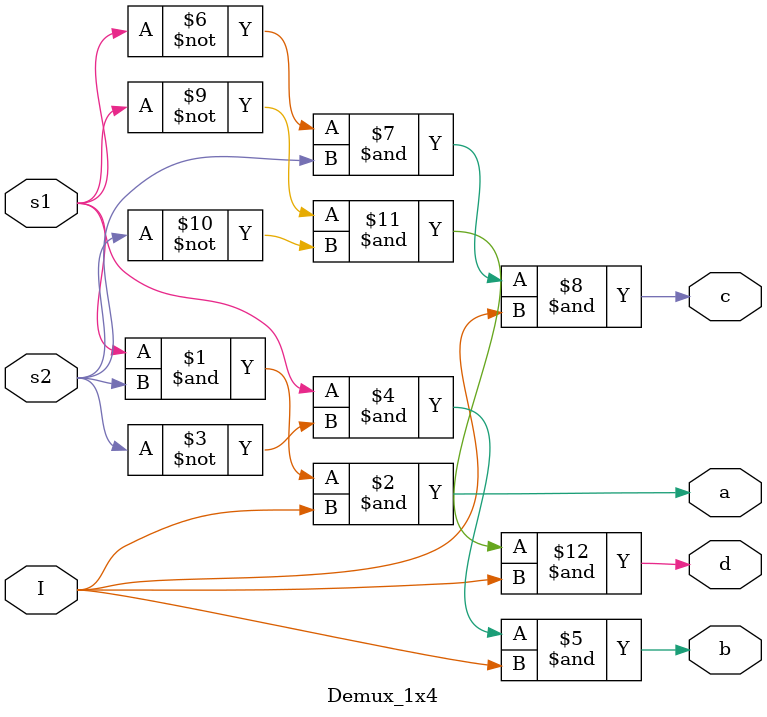
<source format=v>

module Demux_1x4(
	input I,s1,s2,
	output a,b,c,d);

 assign a = (s1) & (s2) & I;
 assign b = (s1) &( ~s2) & I;
 assign c = (~s1) & (s2) & I;
 assign d = (~s1) & (~s2) & I;

endmodule

</source>
